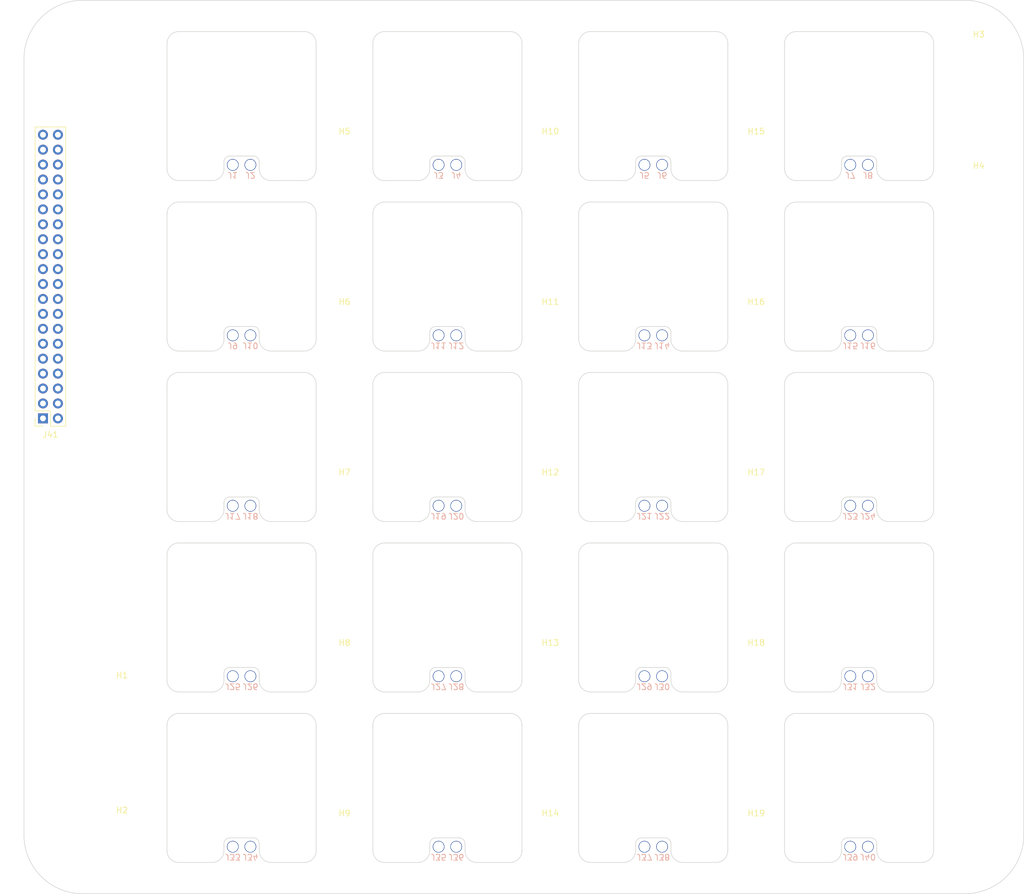
<source format=kicad_pcb>
(kicad_pcb (version 20211014) (generator pcbnew)
  (layers (0 "F.Cu" signal) (31 "B.Cu" signal) (34 "B.Paste" user) (35 "F.Paste" user) (36 "B.SilkS" user "B.Silkscreen") (37 "F.SilkS" user "F.Silkscreen") (38 "B.Mask" user) (39 "F.Mask" user) (44 "Edge.Cuts" user))
  (net 0 "")
  (net 1 "/F4")
  (net 2 "/S4")
  (net 3 "/F3")
  (net 4 "/S3")
  (net 5 "/F2")
  (net 6 "/S2")
  (net 7 "/F1")
  (net 8 "/S1")
  (net 9 "/F8")
  (net 10 "/S8")
  (net 11 "/F7")
  (net 12 "/S7")
  (net 13 "/F6")
  (net 14 "/S6")
  (net 15 "/F5")
  (net 16 "/S5")
  (net 17 "/F12")
  (net 18 "/S12")
  (net 19 "/F11")
  (net 20 "/S11")
  (net 21 "/F10")
  (net 22 "/S10")
  (net 23 "/F9")
  (net 24 "/S9")
  (net 25 "/F16")
  (net 26 "/S16")
  (net 27 "/F15")
  (net 28 "/S15")
  (net 29 "/F14")
  (net 30 "/S14")
  (net 31 "/F13")
  (net 32 "/S13")
  (net 33 "/F20")
  (net 34 "/S20")
  (net 35 "/F19")
  (net 36 "/S19")
  (net 37 "/F18")
  (net 38 "/S18")
  (net 39 "/F17")
  (net 40 "/S17")
  (footprint "MountingHole:MountingHole_3.2mm_M3" (layer "F.Cu") (at 35 37.5)
    (fp_text reference "H18" (at 0 -4.2) (layer "F.SilkS"))
    (fp_text value "MountingHole")
    (pad "" np_thru_hole circle (at 0 0) (size 3.2 3.2) (drill 3.2) (layers *.Cu *.Mask))
  )
  (footprint "MountingHole:MountingHole_6.4mm_M6" (layer "F.Cu") (at -72.8385 43.5)
    (fp_text reference "H1" (at 0 -4.661498) (layer "F.SilkS"))
    (fp_text value "MountingHole")
    (pad "" np_thru_hole circle (at 0 0) (size 6.4 6.4) (drill 6.4) (layers *.Cu *.Mask))
  )
  (footprint "MountingHole:MountingHole_3.2mm_M3" (layer "F.Cu") (at 0 -20.5)
    (fp_text reference "H11" (at 0 -4.2) (layer "F.SilkS"))
    (fp_text value "MountingHole")
    (pad "" np_thru_hole circle (at 0 0) (size 3.2 3.2) (drill 3.2) (layers *.Cu *.Mask))
  )
  (footprint "Connector_PinSocket_2.54mm:PinSocket_2x20_P2.54mm_Vertical" (layer "F.Cu") (at -86.27 -4.87 180)
    (fp_text reference "J41" (at -1.27 -2.77) (layer "F.SilkS"))
    (fp_text value "Conn_02x20_Odd_Even")
    (pad "1" thru_hole rect (at 0 0 180) (size 1.7 1.7) (drill 1) (layers *.Cu *.Mask) (net 34 "/S20"))
    (pad "2" thru_hole oval (at -2.54 0 180) (size 1.7 1.7) (drill 1) (layers *.Cu *.Mask) (net 33 "/F20"))
    (pad "3" thru_hole oval (at 0 2.54 180) (size 1.7 1.7) (drill 1) (layers *.Cu *.Mask) (net 36 "/S19"))
    (pad "4" thru_hole oval (at -2.54 2.54 180) (size 1.7 1.7) (drill 1) (layers *.Cu *.Mask) (net 35 "/F19"))
    (pad "5" thru_hole oval (at 0 5.08 180) (size 1.7 1.7) (drill 1) (layers *.Cu *.Mask) (net 38 "/S18"))
    (pad "6" thru_hole oval (at -2.54 5.08 180) (size 1.7 1.7) (drill 1) (layers *.Cu *.Mask) (net 37 "/F18"))
    (pad "7" thru_hole oval (at 0 7.62 180) (size 1.7 1.7) (drill 1) (layers *.Cu *.Mask) (net 40 "/S17"))
    (pad "8" thru_hole oval (at -2.54 7.62 180) (size 1.7 1.7) (drill 1) (layers *.Cu *.Mask) (net 39 "/F17"))
    (pad "9" thru_hole oval (at 0 10.16 180) (size 1.7 1.7) (drill 1) (layers *.Cu *.Mask) (net 26 "/S16"))
    (pad "10" thru_hole oval (at -2.54 10.16 180) (size 1.7 1.7) (drill 1) (layers *.Cu *.Mask) (net 25 "/F16"))
    (pad "11" thru_hole oval (at 0 12.7 180) (size 1.7 1.7) (drill 1) (layers *.Cu *.Mask) (net 28 "/S15"))
    (pad "12" thru_hole oval (at -2.54 12.7 180) (size 1.7 1.7) (drill 1) (layers *.Cu *.Mask) (net 27 "/F15"))
    (pad "13" thru_hole oval (at 0 15.24 180) (size 1.7 1.7) (drill 1) (layers *.Cu *.Mask) (net 30 "/S14"))
    (pad "14" thru_hole oval (at -2.54 15.24 180) (size 1.7 1.7) (drill 1) (layers *.Cu *.Mask) (net 29 "/F14"))
    (pad "15" thru_hole oval (at 0 17.78 180) (size 1.7 1.7) (drill 1) (layers *.Cu *.Mask) (net 32 "/S13"))
    (pad "16" thru_hole oval (at -2.54 17.78 180) (size 1.7 1.7) (drill 1) (layers *.Cu *.Mask) (net 31 "/F13"))
    (pad "17" thru_hole oval (at 0 20.32 180) (size 1.7 1.7) (drill 1) (layers *.Cu *.Mask) (net 18 "/S12"))
    (pad "18" thru_hole oval (at -2.54 20.32 180) (size 1.7 1.7) (drill 1) (layers *.Cu *.Mask) (net 17 "/F12"))
    (pad "19" thru_hole oval (at 0 22.86 180) (size 1.7 1.7) (drill 1) (layers *.Cu *.Mask) (net 20 "/S11"))
    (pad "20" thru_hole oval (at -2.54 22.86 180) (size 1.7 1.7) (drill 1) (layers *.Cu *.Mask) (net 19 "/F11"))
    (pad "21" thru_hole oval (at 0 25.4 180) (size 1.7 1.7) (drill 1) (layers *.Cu *.Mask) (net 22 "/S10"))
    (pad "22" thru_hole oval (at -2.54 25.4 180) (size 1.7 1.7) (drill 1) (layers *.Cu *.Mask) (net 21 "/F10"))
    (pad "23" thru_hole oval (at 0 27.94 180) (size 1.7 1.7) (drill 1) (layers *.Cu *.Mask) (net 24 "/S9"))
    (pad "24" thru_hole oval (at -2.54 27.94 180) (size 1.7 1.7) (drill 1) (layers *.Cu *.Mask) (net 23 "/F9"))
    (pad "25" thru_hole oval (at 0 30.48 180) (size 1.7 1.7) (drill 1) (layers *.Cu *.Mask) (net 10 "/S8"))
    (pad "26" thru_hole oval (at -2.54 30.48 180) (size 1.7 1.7) (drill 1) (layers *.Cu *.Mask) (net 9 "/F8"))
    (pad "27" thru_hole oval (at 0 33.02 180) (size 1.7 1.7) (drill 1) (layers *.Cu *.Mask) (net 12 "/S7"))
    (pad "28" thru_hole oval (at -2.54 33.02 180) (size 1.7 1.7) (drill 1) (layers *.Cu *.Mask) (net 11 "/F7"))
    (pad "29" thru_hole oval (at 0 35.56 180) (size 1.7 1.7) (drill 1) (layers *.Cu *.Mask) (net 14 "/S6"))
    (pad "30" thru_hole oval (at -2.54 35.56 180) (size 1.7 1.7) (drill 1) (layers *.Cu *.Mask) (net 13 "/F6"))
    (pad "31" thru_hole oval (at 0 38.1 180) (size 1.7 1.7) (drill 1) (layers *.Cu *.Mask) (net 16 "/S5"))
    (pad "32" thru_hole oval (at -2.54 38.1 180) (size 1.7 1.7) (drill 1) (layers *.Cu *.Mask) (net 15 "/F5"))
    (pad "33" thru_hole oval (at 0 40.64 180) (size 1.7 1.7) (drill 1) (layers *.Cu *.Mask) (net 2 "/S4"))
    (pad "34" thru_hole oval (at -2.54 40.64 180) (size 1.7 1.7) (drill 1) (layers *.Cu *.Mask) (net 1 "/F4"))
    (pad "35" thru_hole oval (at 0 43.18 180) (size 1.7 1.7) (drill 1) (layers *.Cu *.Mask) (net 4 "/S3"))
    (pad "36" thru_hole oval (at -2.54 43.18 180) (size 1.7 1.7) (drill 1) (layers *.Cu *.Mask) (net 3 "/F3"))
    (pad "37" thru_hole oval (at 0 45.72 180) (size 1.7 1.7) (drill 1) (layers *.Cu *.Mask) (net 6 "/S2"))
    (pad "38" thru_hole oval (at -2.54 45.72 180) (size 1.7 1.7) (drill 1) (layers *.Cu *.Mask) (net 5 "/F2"))
    (pad "39" thru_hole oval (at 0 48.26 180) (size 1.7 1.7) (drill 1) (layers *.Cu *.Mask) (net 8 "/S1"))
    (pad "40" thru_hole oval (at -2.54 48.26 180) (size 1.7 1.7) (drill 1) (layers *.Cu *.Mask) (net 7 "/F1"))
  )
  (footprint "MountingHole:MountingHole_3.2mm_M3" (layer "F.Cu") (at 0 8.5)
    (fp_text reference "H12" (at 0 -4.2) (layer "F.SilkS"))
    (fp_text value "MountingHole")
    (pad "" np_thru_hole circle (at 0 0) (size 3.2 3.2) (drill 3.2) (layers *.Cu *.Mask))
  )
  (footprint "MountingHole:MountingHole_3.2mm_M3" (layer "F.Cu") (at 0 -49.5)
    (fp_text reference "H10" (at 0 -4.2) (layer "F.SilkS"))
    (fp_text value "MountingHole")
    (pad "" np_thru_hole circle (at 0 0) (size 3.2 3.2) (drill 3.2) (layers *.Cu *.Mask))
  )
  (footprint "MountingHole:MountingHole_3.2mm_M3" (layer "F.Cu") (at 0 66.5)
    (fp_text reference "H14" (at 0 -4.2) (layer "F.SilkS"))
    (fp_text value "MountingHole")
    (pad "" np_thru_hole circle (at 0 0) (size 3.2 3.2) (drill 3.2) (layers *.Cu *.Mask))
  )
  (footprint "MountingHole:MountingHole_6.4mm_M6" (layer "F.Cu") (at 72.8385 -43.5)
    (fp_text reference "H4" (at 0 -4.338502) (layer "F.SilkS"))
    (fp_text value "MountingHole")
    (pad "" np_thru_hole circle (at 0 0) (size 6.4 6.4) (drill 6.4) (layers *.Cu *.Mask))
  )
  (footprint "MountingHole:MountingHole_3.2mm_M3" (layer "F.Cu") (at 35 8.5)
    (fp_text reference "H17" (at 0 -4.2) (layer "F.SilkS"))
    (fp_text value "MountingHole")
    (pad "" np_thru_hole circle (at 0 0) (size 3.2 3.2) (drill 3.2) (layers *.Cu *.Mask))
  )
  (footprint "MountingHole:MountingHole_3.2mm_M3" (layer "F.Cu") (at -35 -49.5)
    (fp_text reference "H5" (at 0 -4.2) (layer "F.SilkS"))
    (fp_text value "MountingHole")
    (pad "" np_thru_hole circle (at 0 0) (size 3.2 3.2) (drill 3.2) (layers *.Cu *.Mask))
  )
  (footprint "MountingHole:MountingHole_3.2mm_M3" (layer "F.Cu") (at -35 8.5)
    (fp_text reference "H7" (at 0 -4.2) (layer "F.SilkS"))
    (fp_text value "MountingHole")
    (pad "" np_thru_hole circle (at 0 0) (size 3.2 3.2) (drill 3.2) (layers *.Cu *.Mask))
  )
  (footprint "MountingHole:MountingHole_3.2mm_M3" (layer "F.Cu") (at -35 -20.5)
    (fp_text reference "H6" (at 0 -4.2) (layer "F.SilkS"))
    (fp_text value "MountingHole")
    (pad "" np_thru_hole circle (at 0 0) (size 3.2 3.2) (drill 3.2) (layers *.Cu *.Mask))
  )
  (footprint "MountingHole:MountingHole_3.2mm_M3" (layer "F.Cu") (at -35 37.5)
    (fp_text reference "H8" (at 0 -4.2) (layer "F.SilkS"))
    (fp_text value "MountingHole")
    (pad "" np_thru_hole circle (at 0 0) (size 3.2 3.2) (drill 3.2) (layers *.Cu *.Mask))
  )
  (footprint "MountingHole:MountingHole_3.2mm_M3" (layer "F.Cu") (at 72.838488 -65.999995)
    (fp_text reference "H3" (at 0 -4.2) (layer "F.SilkS"))
    (fp_text value "MountingHole")
    (pad "" np_thru_hole circle (at 0 0) (size 3.2 3.2) (drill 3.2) (layers *.Cu *.Mask))
  )
  (footprint "MountingHole:MountingHole_3.2mm_M3" (layer "F.Cu") (at 35 66.5)
    (fp_text reference "H19" (at 0 -4.2) (layer "F.SilkS"))
    (fp_text value "MountingHole")
    (pad "" np_thru_hole circle (at 0 0) (size 3.2 3.2) (drill 3.2) (layers *.Cu *.Mask))
  )
  (footprint "MountingHole:MountingHole_3.2mm_M3" (layer "F.Cu") (at -35 66.5)
    (fp_text reference "H9" (at 0 -4.2) (layer "F.SilkS"))
    (fp_text value "MountingHole")
    (pad "" np_thru_hole circle (at 0 0) (size 3.2 3.2) (drill 3.2) (layers *.Cu *.Mask))
  )
  (footprint "MountingHole:MountingHole_3.2mm_M3" (layer "F.Cu") (at 35 -20.5)
    (fp_text reference "H16" (at 0 -4.2) (layer "F.SilkS"))
    (fp_text value "MountingHole")
    (pad "" np_thru_hole circle (at 0 0) (size 3.2 3.2) (drill 3.2) (layers *.Cu *.Mask))
  )
  (footprint "MountingHole:MountingHole_3.2mm_M3" (layer "F.Cu") (at 35 -49.5)
    (fp_text reference "H15" (at 0 -4.2) (layer "F.SilkS"))
    (fp_text value "MountingHole")
    (pad "" np_thru_hole circle (at 0 0) (size 3.2 3.2) (drill 3.2) (layers *.Cu *.Mask))
  )
  (footprint "MountingHole:MountingHole_3.2mm_M3" (layer "F.Cu") (at 0 37.5)
    (fp_text reference "H13" (at 0 -4.2) (layer "F.SilkS"))
    (fp_text value "MountingHole")
    (pad "" np_thru_hole circle (at 0 0) (size 3.2 3.2) (drill 3.2) (layers *.Cu *.Mask))
  )
  (footprint "MountingHole:MountingHole_3.2mm_M3" (layer "F.Cu") (at -72.8385 66)
    (fp_text reference "H2" (at 0 -4.2) (layer "F.SilkS"))
    (fp_text value "MountingHole")
    (pad "" np_thru_hole circle (at 0 0) (size 3.2 3.2) (drill 3.2) (layers *.Cu *.Mask))
  )
  (footprint "custom_footprints:0921" (layer "B.Cu") (at 19 10)
    (fp_text reference "J22" (at 0 1.75 180 unlocked) (layer "B.SilkS") (effects (justify mirror)))
    (fp_text value "Conn_01x01" hide)
    (pad "1" thru_hole circle (at 0 0) (size 1.98 1.98) (drill 1.78) (layers *.Cu *.Mask) (net 22 "/S10"))
  )
  (footprint "custom_footprints:0921" (layer "B.Cu") (at 51 68)
    (fp_text reference "J39" (at 0 1.75 180 unlocked) (layer "B.SilkS") (effects (justify mirror)))
    (fp_text value "Conn_01x01" hide)
    (pad "1" thru_hole circle (at 0 0) (size 1.98 1.98) (drill 1.78) (layers *.Cu *.Mask) (net 39 "/F17"))
  )
  (footprint "custom_footprints:0921" (layer "B.Cu") (at 54 68)
    (fp_text reference "J40" (at 0 1.75 180 unlocked) (layer "B.SilkS") (effects (justify mirror)))
    (fp_text value "Conn_01x01" hide)
    (pad "1" thru_hole circle (at 0 0) (size 1.98 1.98) (drill 1.78) (layers *.Cu *.Mask) (net 40 "/S17"))
  )
  (footprint "custom_footprints:0921" (layer "B.Cu") (at 54 39)
    (fp_text reference "J32" (at 0 1.75 180 unlocked) (layer "B.SilkS") (effects (justify mirror)))
    (fp_text value "Conn_01x01" hide)
    (pad "1" thru_hole circle (at 0 0) (size 1.98 1.98) (drill 1.78) (layers *.Cu *.Mask) (net 32 "/S13"))
  )
  (footprint "custom_footprints:0921" (layer "B.Cu") (at -54 -48)
    (fp_text reference "J1" (at 0 1.75 180 unlocked) (layer "B.SilkS") (effects (justify mirror)))
    (fp_text value "Conn_01x01" hide)
    (pad "1" thru_hole circle (at 0 0) (size 1.98 1.98) (drill 1.78) (layers *.Cu *.Mask) (net 1 "/F4"))
  )
  (footprint "custom_footprints:0921" (layer "B.Cu") (at 54 -19)
    (fp_text reference "J16" (at 0 1.75 180 unlocked) (layer "B.SilkS") (effects (justify mirror)))
    (fp_text value "Conn_01x01" hide)
    (pad "1" thru_hole circle (at 0 0) (size 1.98 1.98) (drill 1.78) (layers *.Cu *.Mask) (net 16 "/S5"))
  )
  (footprint "custom_footprints:0921" (layer "B.Cu") (at -16 -19)
    (fp_text reference "J12" (at 0 1.75 180 unlocked) (layer "B.SilkS") (effects (justify mirror)))
    (fp_text value "Conn_01x01" hide)
    (pad "1" thru_hole circle (at 0 0) (size 1.98 1.98) (drill 1.78) (layers *.Cu *.Mask) (net 12 "/S7"))
  )
  (footprint "custom_footprints:0921" (layer "B.Cu") (at 51 39)
    (fp_text reference "J31" (at 0 1.75 180 unlocked) (layer "B.SilkS") (effects (justify mirror)))
    (fp_text value "Conn_01x01" hide)
    (pad "1" thru_hole circle (at 0 0) (size 1.98 1.98) (drill 1.78) (layers *.Cu *.Mask) (net 31 "/F13"))
  )
  (footprint "custom_footprints:0921" (layer "B.Cu") (at 51 10)
    (fp_text reference "J23" (at 0 1.75 180 unlocked) (layer "B.SilkS") (effects (justify mirror)))
    (fp_text value "Conn_01x01" hide)
    (pad "1" thru_hole circle (at 0 0) (size 1.98 1.98) (drill 1.78) (layers *.Cu *.Mask) (net 23 "/F9"))
  )
  (footprint "custom_footprints:0921" (layer "B.Cu") (at -19 39)
    (fp_text reference "J27" (at 0 1.75 180 unlocked) (layer "B.SilkS") (effects (justify mirror)))
    (fp_text value "Conn_01x01" hide)
    (pad "1" thru_hole circle (at 0 0) (size 1.98 1.98) (drill 1.78) (layers *.Cu *.Mask) (net 27 "/F15"))
  )
  (footprint "custom_footprints:0921" (layer "B.Cu") (at 16 39)
    (fp_text reference "J29" (at 0 1.75 180 unlocked) (layer "B.SilkS") (effects (justify mirror)))
    (fp_text value "Conn_01x01" hide)
    (pad "1" thru_hole circle (at 0 0) (size 1.98 1.98) (drill 1.78) (layers *.Cu *.Mask) (net 29 "/F14"))
  )
  (footprint "custom_footprints:0921" (layer "B.Cu") (at -19 -19)
    (fp_text reference "J11" (at 0 1.75 180 unlocked) (layer "B.SilkS") (effects (justify mirror)))
    (fp_text value "Conn_01x01" hide)
    (pad "1" thru_hole circle (at 0 0) (size 1.98 1.98) (drill 1.78) (layers *.Cu *.Mask) (net 11 "/F7"))
  )
  (footprint "custom_footprints:0921" (layer "B.Cu") (at -51 -48)
    (fp_text reference "J2" (at 0 1.75 180 unlocked) (layer "B.SilkS") (effects (justify mirror)))
    (fp_text value "Conn_01x01" hide)
    (pad "1" thru_hole circle (at 0 0) (size 1.98 1.98) (drill 1.78) (layers *.Cu *.Mask) (net 2 "/S4"))
  )
  (footprint "custom_footprints:0921" (layer "B.Cu") (at -16 10)
    (fp_text reference "J20" (at 0 1.75 180 unlocked) (layer "B.SilkS") (effects (justify mirror)))
    (fp_text value "Conn_01x01" hide)
    (pad "1" thru_hole circle (at 0 0) (size 1.98 1.98) (drill 1.78) (layers *.Cu *.Mask) (net 20 "/S11"))
  )
  (footprint "custom_footprints:0921" (layer "B.Cu") (at -51 -19)
    (fp_text reference "J10" (at 0 1.75 180 unlocked) (layer "B.SilkS") (effects (justify mirror)))
    (fp_text value "Conn_01x01" hide)
    (pad "1" thru_hole circle (at 0 0) (size 1.98 1.98) (drill 1.78) (layers *.Cu *.Mask) (net 10 "/S8"))
  )
  (footprint "custom_footprints:0921" (layer "B.Cu") (at -19 -48)
    (fp_text reference "J3" (at 0 1.75 180 unlocked) (layer "B.SilkS") (effects (justify mirror)))
    (fp_text value "Conn_01x01" hide)
    (pad "1" thru_hole circle (at 0 0) (size 1.98 1.98) (drill 1.78) (layers *.Cu *.Mask) (net 3 "/F3"))
  )
  (footprint "custom_footprints:0921" (layer "B.Cu") (at 19 39)
    (fp_text reference "J30" (at 0 1.75 180 unlocked) (layer "B.SilkS") (effects (justify mirror)))
    (fp_text value "Conn_01x01" hide)
    (pad "1" thru_hole circle (at 0 0) (size 1.98 1.98) (drill 1.78) (layers *.Cu *.Mask) (net 30 "/S14"))
  )
  (footprint "custom_footprints:0921" (layer "B.Cu") (at 16 -19)
    (fp_text reference "J13" (at 0 1.75 180 unlocked) (layer "B.SilkS") (effects (justify mirror)))
    (fp_text value "Conn_01x01" hide)
    (pad "1" thru_hole circle (at 0 0) (size 1.98 1.98) (drill 1.78) (layers *.Cu *.Mask) (net 13 "/F6"))
  )
  (footprint "custom_footprints:0921" (layer "B.Cu") (at -54 39)
    (fp_text reference "J25" (at 0 1.75 180 unlocked) (layer "B.SilkS") (effects (justify mirror)))
    (fp_text value "Conn_01x01" hide)
    (pad "1" thru_hole circle (at 0 0) (size 1.98 1.98) (drill 1.78) (layers *.Cu *.Mask) (net 25 "/F16"))
  )
  (footprint "custom_footprints:0921" (layer "B.Cu") (at 54 -48)
    (fp_text reference "J8" (at 0 1.75 180 unlocked) (layer "B.SilkS") (effects (justify mirror)))
    (fp_text value "Conn_01x01" hide)
    (pad "1" thru_hole circle (at 0 0) (size 1.98 1.98) (drill 1.78) (layers *.Cu *.Mask) (net 8 "/S1"))
  )
  (footprint "custom_footprints:0921" (layer "B.Cu") (at 16 10)
    (fp_text reference "J21" (at 0 1.75 180 unlocked) (layer "B.SilkS") (effects (justify mirror)))
    (fp_text value "Conn_01x01" hide)
    (pad "1" thru_hole circle (at 0 0) (size 1.98 1.98) (drill 1.78) (layers *.Cu *.Mask) (net 21 "/F10"))
  )
  (footprint "custom_footprints:0921" (layer "B.Cu") (at -51 68)
    (fp_text reference "J34" (at 0 1.75 180 unlocked) (layer "B.SilkS") (effects (justify mirror)))
    (fp_text value "Conn_01x01" hide)
    (pad "1" thru_hole circle (at 0 0) (size 1.98 1.98) (drill 1.78) (layers *.Cu *.Mask) (net 34 "/S20"))
  )
  (footprint "custom_footprints:0921" (layer "B.Cu") (at -51 10)
    (fp_text reference "J18" (at 0 1.75 180 unlocked) (layer "B.SilkS") (effects (justify mirror)))
    (fp_text value "Conn_01x01" hide)
    (pad "1" thru_hole circle (at 0 0) (size 1.98 1.98) (drill 1.78) (layers *.Cu *.Mask) (net 18 "/S12"))
  )
  (footprint "custom_footprints:0921" (layer "B.Cu") (at 19 -48)
    (fp_text reference "J6" (at 0 1.75 180 unlocked) (layer "B.SilkS") (effects (justify mirror)))
    (fp_text value "Conn_01x01" hide)
    (pad "1" thru_hole circle (at 0 0) (size 1.98 1.98) (drill 1.78) (layers *.Cu *.Mask) (net 6 "/S2"))
  )
  (footprint "custom_footprints:0921" (layer "B.Cu") (at 19 68)
    (fp_text reference "J38" (at 0 1.75 180 unlocked) (layer "B.SilkS") (effects (justify mirror)))
    (fp_text value "Conn_01x01" hide)
    (pad "1" thru_hole circle (at 0 0) (size 1.98 1.98) (drill 1.78) (layers *.Cu *.Mask) (net 38 "/S18"))
  )
  (footprint "custom_footprints:0921" (layer "B.Cu") (at -51 39)
    (fp_text reference "J26" (at 0 1.75 180 unlocked) (layer "B.SilkS") (effects (justify mirror)))
    (fp_text value "Conn_01x01" hide)
    (pad "1" thru_hole circle (at 0 0) (size 1.98 1.98) (drill 1.78) (layers *.Cu *.Mask) (net 26 "/S16"))
  )
  (footprint "custom_footprints:0921" (layer "B.Cu") (at -54 -19)
    (fp_text reference "J9" (at 0 1.75 180 unlocked) (layer "B.SilkS") (effects (justify mirror)))
    (fp_text value "Conn_01x01" hide)
    (pad "1" thru_hole circle (at 0 0) (size 1.98 1.98) (drill 1.78) (layers *.Cu *.Mask) (net 9 "/F8"))
  )
  (footprint "custom_footprints:0921" (layer "B.Cu") (at -54 10)
    (fp_text reference "J17" (at 0 1.75 180 unlocked) (layer "B.SilkS") (effects (justify mirror)))
    (fp_text value "Conn_01x01" hide)
    (pad "1" thru_hole circle (at 0 0) (size 1.98 1.98) (drill 1.78) (layers *.Cu *.Mask) (net 17 "/F12"))
  )
  (footprint "custom_footprints:0921" (layer "B.Cu") (at 51 -48)
    (fp_text reference "J7" (at 0 1.75 180 unlocked) (layer "B.SilkS") (effects (justify mirror)))
    (fp_text value "Conn_01x01" hide)
    (pad "1" thru_hole circle (at 0 0) (size 1.98 1.98) (drill 1.78) (layers *.Cu *.Mask) (net 7 "/F1"))
  )
  (footprint "custom_footprints:0921" (layer "B.Cu") (at -19 10)
    (fp_text reference "J19" (at 0 1.75 180 unlocked) (layer "B.SilkS") (effects (justify mirror)))
    (fp_text value "Conn_01x01" hide)
    (pad "1" thru_hole circle (at 0 0) (size 1.98 1.98) (drill 1.78) (layers *.Cu *.Mask) (net 19 "/F11"))
  )
  (footprint "custom_footprints:0921" (layer "B.Cu") (at 54 10)
    (fp_text reference "J24" (at 0 1.75 180 unlocked) (layer "B.SilkS") (effects (justify mirror)))
    (fp_text value "Conn_01x01" hide)
    (pad "1" thru_hole circle (at 0 0) (size 1.98 1.98) (drill 1.78) (layers *.Cu *.Mask) (net 24 "/S9"))
  )
  (footprint "custom_footprints:0921" (layer "B.Cu") (at -54 68)
    (fp_text reference "J33" (at 0 1.75 180 unlocked) (layer "B.SilkS") (effects (justify mirror)))
    (fp_text value "Conn_01x01" hide)
    (pad "1" thru_hole circle (at 0 0) (size 1.98 1.98) (drill 1.78) (layers *.Cu *.Mask) (net 33 "/F20"))
  )
  (footprint "custom_footprints:0921" (layer "B.Cu") (at 51 -19)
    (fp_text reference "J15" (at 0 1.75 180 unlocked) (layer "B.SilkS") (effects (justify mirror)))
    (fp_text value "Conn_01x01" hide)
    (pad "1" thru_hole circle (at 0 0) (size 1.98 1.98) (drill 1.78) (layers *.Cu *.Mask) (net 15 "/F5"))
  )
  (footprint "custom_footprints:0921" (layer "B.Cu") (at 16 -48)
    (fp_text reference "J5" (at 0 1.75 180 unlocked) (layer "B.SilkS") (effects (justify mirror)))
    (fp_text value "Conn_01x01" hide)
    (pad "1" thru_hole circle (at 0 0) (size 1.98 1.98) (drill 1.78) (layers *.Cu *.Mask) (net 5 "/F2"))
  )
  (footprint "custom_footprints:0921" (layer "B.Cu") (at -16 39)
    (fp_text reference "J28" (at 0 1.75 180 unlocked) (layer "B.SilkS") (effects (justify mirror)))
    (fp_text value "Conn_01x01" hide)
    (pad "1" thru_hole circle (at 0 0) (size 1.98 1.98) (drill 1.78) (layers *.Cu *.Mask) (net 28 "/S15"))
  )
  (footprint "custom_footprints:0921" (layer "B.Cu") (at -19 68)
    (fp_text reference "J35" (at 0 1.75 180 unlocked) (layer "B.SilkS") (effects (justify mirror)))
    (fp_text value "Conn_01x01" hide)
    (pad "1" thru_hole circle (at 0 0) (size 1.98 1.98) (drill 1.78) (layers *.Cu *.Mask) (net 35 "/F19"))
  )
  (footprint "custom_footprints:0921" (layer "B.Cu") (at -16 -48)
    (fp_text reference "J4" (at 0 1.75 180 unlocked) (layer "B.SilkS") (effects (justify mirror)))
    (fp_text value "Conn_01x01" hide)
    (pad "1" thru_hole circle (at 0 0) (size 1.98 1.98) (drill 1.78) (layers *.Cu *.Mask) (net 4 "/S3"))
  )
  (footprint "custom_footprints:0921" (layer "B.Cu") (at -16 68)
    (fp_text reference "J36" (at 0 1.75 180 unlocked) (layer "B.SilkS") (effects (justify mirror)))
    (fp_text value "Conn_01x01" hide)
    (pad "1" thru_hole circle (at 0 0) (size 1.98 1.98) (drill 1.78) (layers *.Cu *.Mask) (net 36 "/S19"))
  )
  (footprint "custom_footprints:0921" (layer "B.Cu") (at 19 -19)
    (fp_text reference "J14" (at 0 1.75 180 unlocked) (layer "B.SilkS") (effects (justify mirror)))
    (fp_text value "Conn_01x01" hide)
    (pad "1" thru_hole circle (at 0 0) (size 1.98 1.98) (drill 1.78) (layers *.Cu *.Mask) (net 14 "/S6"))
  )
  (footprint "custom_footprints:0921" (layer "B.Cu") (at 16 68)
    (fp_text reference "J37" (at 0 1.75 180 unlocked) (layer "B.SilkS") (effects (justify mirror)))
    (fp_text value "Conn_01x01" hide)
    (pad "1" thru_hole circle (at 0 0) (size 1.98 1.98) (drill 1.78) (layers *.Cu *.Mask) (net 37 "/F18"))
  )
  (gr_arc (start -65.177 18.323) (mid -64.591214 16.908786) (end -63.177 16.323) (layer "Edge.Cuts") (width 0.1))
  (gr_arc (start -41.823 16.323) (mid -40.408786 16.908786) (end -39.823 18.323) (layer "Edge.Cuts") (width 0.1))
  (gr_arc (start 4.823 -10.677) (mid 5.408786 -12.091214) (end 6.823 -12.677) (layer "Edge.Cuts") (width 0.1))
  (gr_line (start -30.177 47.323) (end -30.177 68.677) (layer "Edge.Cuts") (width 0.1))
  (gr_line (start 80.5 -66) (end 80.5 66) (layer "Edge.Cuts") (width 0.1))
  (gr_line (start -4.823 39.677) (end -4.823 18.323) (layer "Edge.Cuts") (width 0.1))
  (gr_line (start -19.5 66.5) (end -15.5 66.5) (layer "Edge.Cuts") (width 0.1))
  (gr_line (start 55.5 67.5) (end 55.5 68.677) (layer "Edge.Cuts") (width 0.1))
  (gr_arc (start -20.5 67.5) (mid -20.207107 66.792893) (end -19.5 66.5) (layer "Edge.Cuts") (width 0.1))
  (gr_arc (start -20.5 -47.323) (mid -21.085786 -45.908786) (end -22.5 -45.323) (layer "Edge.Cuts") (width 0.1))
  (gr_arc (start -50.5 -49.5) (mid -49.792893 -49.207107) (end -49.5 -48.5) (layer "Edge.Cuts") (width 0.1))
  (gr_line (start 30.177 -47.323) (end 30.177 -68.677) (layer "Edge.Cuts") (width 0.1))
  (gr_line (start 65.177 10.677) (end 65.177 -10.677) (layer "Edge.Cuts") (width 0.1))
  (gr_arc (start -55.5 -19.5) (mid -55.207107 -20.207107) (end -54.5 -20.5) (layer "Edge.Cuts") (width 0.1))
  (gr_line (start -30.177 -68.677) (end -30.177 -47.323) (layer "Edge.Cuts") (width 0.1))
  (gr_line (start -30.177 18.323) (end -30.177 39.677) (layer "Edge.Cuts") (width 0.1))
  (gr_line (start 39.823 -10.677) (end 39.823 10.677) (layer "Edge.Cuts") (width 0.1))
  (gr_arc (start -41.823 -41.677) (mid -40.408786 -41.091214) (end -39.823 -39.677) (layer "Edge.Cuts") (width 0.1))
  (gr_arc (start -28.177 12.677) (mid -29.591214 12.091214) (end -30.177 10.677) (layer "Edge.Cuts") (width 0.1))
  (gr_arc (start -50.5 37.5) (mid -49.792893 37.792893) (end -49.5 38.5) (layer "Edge.Cuts") (width 0.1))
  (gr_arc (start 4.823 18.323) (mid 5.408786 16.908786) (end 6.823 16.323) (layer "Edge.Cuts") (width 0.1))
  (gr_arc (start 41.823 41.677) (mid 40.408786 41.091214) (end 39.823 39.677) (layer "Edge.Cuts") (width 0.1))
  (gr_arc (start 14.5 38.5) (mid 14.792893 37.792893) (end 15.5 37.5) (layer "Edge.Cuts") (width 0.1))
  (gr_line (start 6.823 -16.323) (end 12.5 -16.323) (layer "Edge.Cuts") (width 0.1))
  (gr_arc (start -28.177 41.677) (mid -29.591214 41.091214) (end -30.177 39.677) (layer "Edge.Cuts") (width 0.1))
  (gr_line (start -28.177 70.677) (end -22.5 70.677) (layer "Edge.Cuts") (width 0.1))
  (gr_arc (start 54.5 66.5) (mid 55.207107 66.792893) (end 55.5 67.5) (layer "Edge.Cuts") (width 0.1))
  (gr_line (start 49.5 -18.323) (end 49.5 -19.5) (layer "Edge.Cuts") (width 0.1))
  (gr_arc (start 6.823 -16.323) (mid 5.408786 -16.908786) (end 4.823 -18.323) (layer "Edge.Cuts") (width 0.1))
  (gr_arc (start -6.823 -12.677) (mid -5.408786 -12.091214) (end -4.823 -10.677) (layer "Edge.Cuts") (width 0.1))
  (gr_arc (start 28.177 16.323) (mid 29.591214 16.908786) (end 30.177 18.323) (layer "Edge.Cuts") (width 0.1))
  (gr_line (start -47.5 70.677) (end -41.823 70.677) (layer "Edge.Cuts") (width 0.1))
  (gr_arc (start 49.5 39.677) (mid 48.914214 41.091214) (end 47.5 41.677) (layer "Edge.Cuts") (width 0.1))
  (gr_line (start -65.177 -39.677) (end -65.177 -18.323) (layer "Edge.Cuts") (width 0.1))
  (gr_arc (start 22.5 12.677) (mid 21.085786 12.091214) (end 20.5 10.677) (layer "Edge.Cuts") (width 0.1))
  (gr_line (start -54.5 66.5) (end -50.5 66.5) (layer "Edge.Cuts") (width 0.1))
  (gr_arc (start -89.5 -66) (mid -86.571068 -73.071068) (end -79.5 -76) (layer "Edge.Cuts") (width 0.1))
  (gr_line (start 14.5 -18.323) (end 14.5 -19.5) (layer "Edge.Cuts") (width 0.1))
  (gr_line (start 49.5 10.677) (end 49.5 9.5) (layer "Edge.Cuts") (width 0.1))
  (gr_line (start -19.5 37.5) (end -15.5 37.5) (layer "Edge.Cuts") (width 0.1))
  (gr_arc (start 28.177 -41.677) (mid 29.591214 -41.091214) (end 30.177 -39.677) (layer "Edge.Cuts") (width 0.1))
  (gr_arc (start -15.5 8.5) (mid -14.792893 8.792893) (end -14.5 9.5) (layer "Edge.Cuts") (width 0.1))
  (gr_arc (start 65.177 -47.323) (mid 64.591214 -45.908786) (end 63.177 -45.323) (layer "Edge.Cuts") (width 0.1))
  (gr_arc (start -79.5 76) (mid -86.571068 73.071068) (end -89.5 66) (layer "Edge.Cuts") (width 0.1))
  (gr_arc (start -28.177 70.677) (mid -29.591214 70.091214) (end -30.177 68.677) (layer "Edge.Cuts") (width 0.1))
  (gr_arc (start 63.177 -12.677) (mid 64.591214 -12.091214) (end 65.177 -10.677) (layer "Edge.Cuts") (width 0.1))
  (gr_line (start 49.5 68.677) (end 49.5 67.5) (layer "Edge.Cuts") (width 0.1))
  (gr_line (start 28.177 45.323) (end 6.823 45.323) (layer "Edge.Cuts") (width 0.1))
  (gr_arc (start 30.177 68.677) (mid 29.591214 70.091214) (end 28.177 70.677) (layer "Edge.Cuts") (width 0.1))
  (gr_arc (start 14.5 67.5) (mid 14.792893 66.792893) (end 15.5 66.5) (layer "Edge.Cuts") (width 0.1))
  (gr_arc (start 28.177 -12.677) (mid 29.591214 -12.091214) (end 30.177 -10.677) (layer "Edge.Cuts") (width 0.1))
  (gr_arc (start -20.5 10.677) (mid -21.085786 12.091214) (end -22.5 12.677) (layer "Edge.Cuts") (width 0.1))
  (gr_line (start -30.177 -39.677) (end -30.177 -18.323) (layer "Edge.Cuts") (width 0.1))
  (gr_line (start -55.5 -47.323) (end -55.5 -48.5) (layer "Edge.Cuts") (width 0.1))
  (gr_arc (start 49.5 68.677) (mid 48.914214 70.091214) (end 47.5 70.677) (layer "Edge.Cuts") (width 0.1))
  (gr_line (start 65.177 -18.323) (end 65.177 -39.677) (layer "Edge.Cuts") (width 0.1))
  (gr_line (start 28.177 16.323) (end 6.823 16.323) (layer "Edge.Cuts") (width 0.1))
  (gr_line (start 30.177 39.677) (end 30.177 18.323) (layer "Edge.Cuts") (width 0.1))
  (gr_arc (start -47.5 41.677) (mid -48.914214 41.091214) (end -49.5 39.677) (layer "Edge.Cuts") (width 0.1))
  (gr_line (start 50.5 66.5) (end 54.5 66.5) (layer "Edge.Cuts") (width 0.1))
  (gr_line (start -55.5 10.677) (end -55.5 9.5) (layer "Edge.Cuts") (width 0.1))
  (gr_arc (start 19.5 8.5) (mid 20.207107 8.792893) (end 20.5 9.5) (layer "Edge.Cuts") (width 0.1))
  (gr_line (start 55.5 38.5) (end 55.5 39.677) (layer "Edge.Cuts") (width 0.1))
  (gr_line (start 14.5 10.677) (end 14.5 9.5) (layer "Edge.Cuts") (width 0.1))
  (gr_line (start 30.177 -18.323) (end 30.177 -39.677) (layer "Edge.Cuts") (width 0.1))
  (gr_arc (start -4.823 39.677) (mid -5.408786 41.091214) (end -6.823 41.677) (layer "Edge.Cuts") (width 0.1))
  (gr_arc (start 30.177 10.677) (mid 29.591214 12.091214) (end 28.177 12.677) (layer "Edge.Cuts") (width 0.1))
  (gr_arc (start -12.5 41.677) (mid -13.914214 41.091214) (end -14.5 39.677) (layer "Edge.Cuts") (width 0.1))
  (gr_arc (start 22.5 70.677) (mid 21.085786 70.091214) (end 20.5 68.677) (layer "Edge.Cuts") (width 0.1))
  (gr_line (start -30.177 -10.677) (end -30.177 10.677) (layer "Edge.Cuts") (width 0.1))
  (gr_line (start 15.5 -20.5) (end 19.5 -20.5) (layer "Edge.Cuts") (width 0.1))
  (gr_arc (start 14.5 9.5) (mid 14.792893 8.792893) (end 15.5 8.5) (layer "Edge.Cuts") (width 0.1))
  (gr_line (start 41.823 70.677) (end 47.5 70.677) (layer "Edge.Cuts") (width 0.1))
  (gr_line (start 14.5 68.677) (end 14.5 67.5) (layer "Edge.Cuts") (width 0.1))
  (gr_line (start 15.5 37.5) (end 19.5 37.5) (layer "Edge.Cuts") (width 0.1))
  (gr_line (start -4.823 68.677) (end -4.823 47.323) (layer "Edge.Cuts") (width 0.1))
  (gr_line (start -28.177 -45.323) (end -22.5 -45.323) (layer "Edge.Cuts") (width 0.1))
  (gr_arc (start -30.177 47.323) (mid -29.591214 45.908786) (end -28.177 45.323) (layer "Edge.Cuts") (width 0.1))
  (gr_arc (start 54.5 8.5) (mid 55.207107 8.792893) (end 55.5 9.5) (layer "Edge.Cuts") (width 0.1))
  (gr_arc (start -47.5 -16.323) (mid -48.914214 -16.908786) (end -49.5 -18.323) (layer "Edge.Cuts") (width 0.1))
  (gr_line (start -28.177 -16.323) (end -22.5 -16.323) (layer "Edge.Cuts") (width 0.1))
  (gr_line (start -14.5 67.5) (end -14.5 68.677) (layer "Edge.Cuts") (width 0.1))
  (gr_arc (start -20.5 -19.5) (mid -20.207107 -20.207107) (end -19.5 -20.5) (layer "Edge.Cuts") (width 0.1))
  (gr_line (start 63.177 -70.677) (end 41.823 -70.677) (layer "Edge.Cuts") (width 0.1))
  (gr_line (start -6.823 -41.677) (end -28.177 -41.677) (layer "Edge.Cuts") (width 0.1))
  (gr_line (start -79.5 -76) (end 70.5 -76) (layer "Edge.Cuts") (width 0.1))
  (gr_arc (start -20.5 68.677) (mid -21.085786 70.091214) (end -22.5 70.677) (layer "Edge.Cuts") (width 0.1))
  (gr_arc (start -55.5 -47.323) (mid -56.085786 -45.908786) (end -57.5 -45.323) (layer "Edge.Cuts") (width 0.1))
  (gr_line (start -39.823 -18.323) (end -39.823 -39.677) (layer "Edge.Cuts") (width 0.1))
  (gr_arc (start 65.177 39.677) (mid 64.591214 41.091214) (end 63.177 41.677) (layer "Edge.Cuts") (width 0.1))
  (gr_line (start 30.177 68.677) (end 30.177 47.323) (layer "Edge.Cuts") (width 0.1))
  (gr_line (start 22.5 -45.323) (end 28.177 -45.323) (layer "Edge.Cuts") (width 0.1))
  (gr_arc (start 14.5 -19.5) (mid 14.792893 -20.207107) (end 15.5 -20.5) (layer "Edge.Cuts") (width 0.1))
  (gr_arc (start 57.5 -45.323) (mid 56.085786 -45.908786) (end 55.5 -47.323) (layer "Edge.Cuts") (width 0.1))
  (gr_line (start 41.823 12.677) (end 47.5 12.677) (layer "Edge.Cuts") (width 0.1))
  (gr_line (start 6.823 41.677) (end 12.5 41.677) (layer "Edge.Cuts") (width 0.1))
  (gr_line (start -39.823 68.677) (end -39.823 47.323) (layer "Edge.Cuts") (width 0.1))
  (gr_arc (start 63.177 -41.677) (mid 64.591214 -41.091214) (end 65.177 -39.677) (layer "Edge.Cuts") (width 0.1))
  (gr_line (start -12.5 41.677) (end -6.823 41.677) (layer "Edge.Cuts") (width 0.1))
  (gr_arc (start -55.5 39.677) (mid -56.085786 41.091214) (end -57.5 41.677) (layer "Edge.Cuts") (width 0.1))
  (gr_line (start -28.177 41.677) (end -22.5 41.677) (layer "Edge.Cuts") (width 0.1))
  (gr_line (start 49.5 -47.323) (end 49.5 -48.5) (layer "Edge.Cuts") (width 0.1))
  (gr_line (start -20.5 68.677) (end -20.5 67.5) (layer "Edge.Cuts") (width 0.1))
  (gr_line (start -89.5 66) (end -89.5 -66) (layer "Edge.Cuts") (width 0.1))
  (gr_arc (start -39.823 -18.323) (mid -40.408786 -16.908786) (end -41.823 -16.323) (layer "Edge.Cuts") (width 0.1))
  (gr_arc (start -65.177 -68.677) (mid -64.591214 -70.091214) (end -63.177 -70.677) (layer "Edge.Cuts") (width 0.1))
  (gr_arc (start 49.5 -48.5) (mid 49.792893 -49.207107) (end 50.5 -49.5) (layer "Edge.Cuts") (width 0.1))
  (gr_arc (start -15.5 -20.5) (mid -14.792893 -20.207107) (end -14.5 -19.5) (layer "Edge.Cuts") (width 0.1))
  (gr_arc (start -41.823 -70.677) (mid -40.408786 -70.091214) (end -39.823 -68.677) (layer "Edge.Cuts") (width 0.1))
  (gr_arc (start -65.177 -10.677) (mid -64.591214 -12.091214) (end -63.177 -12.677) (layer "Edge.Cuts") (width 0.1))
  (gr_line (start -6.823 16.323) (end -28.177 16.323) (layer "Edge.Cuts") (width 0.1))
  (gr_line (start 55.5 -48.5) (end 55.5 -47.323) (layer "Edge.Cuts") (width 0.1))
  (gr_arc (start -12.5 -16.323) (mid -13.914214 -16.908786) (end -14.5 -18.323) (layer "Edge.Cuts") (width 0.1))
  (gr_arc (start 30.177 -18.323) (mid 29.591214 -16.908786) (end 28.177 -16.323) (layer "Edge.Cuts") (width 0.1))
  (gr_line (start -49.5 38.5) (end -49.5 39.677) (layer "Edge.Cuts") (width 0.1))
  (gr_line (start 30.177 10.677) (end 30.177 -10.677) (layer "Edge.Cuts") (width 0.1))
  (gr_arc (start 4.823 47.323) (mid 5.408786 45.908786) (end 6.823 45.323) (layer "Edge.Cuts") (width 0.1))
  (gr_line (start 55.5 9.5) (end 55.5 10.677) (layer "Edge.Cuts") (width 0.1))
  (gr_arc (start -55.5 38.5) (mid -55.207107 37.792893) (end -54.5 37.5) (layer "Edge.Cuts") (width 0.1))
  (gr_arc (start 6.823 12.677) (mid 5.408786 12.091214) (end 4.823 10.677) (layer "Edge.Cuts") (width 0.1))
  (gr_arc (start -65.177 47.323) (mid -64.591214 45.908786) (end -63.177 45.323) (layer "Edge.Cuts") (width 0.1))
  (gr_arc (start 49.5 -18.323) (mid 48.914214 -16.908786) (end 47.5 -16.323) (layer "Edge.Cuts") (width 0.1))
  (gr_line (start 55.5 -19.5) (end 55.5 -18.323) (layer "Edge.Cuts") (width 0.1))
  (gr_line (start -28.177 12.677) (end -22.5 12.677) (layer "Edge.Cuts") (width 0.1))
  (gr_arc (start -6.823 16.323) (mid -5.408786 16.908786) (end -4.823 18.323) (layer "Edge.Cuts") (width 0.1))
  (gr_line (start 65.177 -47.323) (end 65.177 -68.677) (layer "Edge.Cuts") (width 0.1))
  (gr_arc (start 54.5 37.5) (mid 55.207107 37.792893) (end 55.5 38.5) (layer "Edge.Cuts") (width 0.1))
  (gr_line (start -19.5 -49.5) (end -15.5 -49.5) (layer "Edge.Cuts") (width 0.1))
  (gr_arc (start -55.5 67.5) (mid -55.207107 66.792893) (end -54.5 66.5) (layer "Edge.Cuts") (width 0.1))
  (gr_line (start 63.177 45.323) (end 41.823 45.323) (layer "Edge.Cuts") (width 0.1))
  (gr_arc (start -50.5 8.5) (mid -49.792893 8.792893) (end -49.5 9.5) (layer "Edge.Cuts") (width 0.1))
  (gr_arc (start -65.177 -39.677) (mid -64.591214 -41.091214) (end -63.177 -41.677) (layer "Edge.Cuts") (width 0.1))
  (gr_arc (start 54.5 -20.5) (mid 55.207107 -20.207107) (end 55.5 -19.5) (layer "Edge.Cuts") (width 0.1))
  (gr_arc (start 41.823 70.677) (mid 40.408786 70.091214) (end 39.823 68.677) (layer "Edge.Cuts") (width 0.1))
  (gr_arc (start 22.5 -16.323) (mid 21.085786 -16.908786) (end 20.5 -18.323) (layer "Edge.Cuts") (width 0.1))
  (gr_line (start 22.5 41.677) (end 28.177 41.677) (layer "Edge.Cuts") (width 0.1))
  (gr_line (start 20.5 9.5) (end 20.5 10.677) (layer "Edge.Cuts") (width 0.1))
  (gr_arc (start 19.5 -20.5) (mid 20.207107 -20.207107) (end 20.5 -19.5) (layer "Edge.Cuts") (width 0.1))
  (gr_arc (start -41.823 -12.677) (mid -40.408786 -12.091214) (end -39.823 -10.677) (layer "Edge.Cuts") (width 0.1))
  (gr_arc (start 14.5 -48.5) (mid 14.792893 -49.207107) (end 15.5 -49.5) (layer "Edge.Cuts") (width 0.1))
  (gr_arc (start -30.177 18.323) (mid -29.591214 16.908786) (end -28.177 16.323) (layer "Edge.Cuts") (width 0.1))
  (gr_line (start 20.5 38.5) (end 20.5 39.677) (layer "Edge.Cuts") (width 0.1))
  (gr_arc (start -47.5 -45.323) (mid -48.914214 -45.908786) (end -49.5 -47.323) (layer "Edge.Cuts") (width 0.1))
  (gr_arc (start -30.177 -39.677) (mid -29.591214 -41.091214) (end -28.177 -41.677) (layer "Edge.Cuts") (width 0.1))
  (gr_line (start -41.823 -12.677) (end -63.177 -12.677) (layer "Edge.Cuts") (width 0.1))
  (gr_arc (start 65.177 10.677) (mid 64.591214 12.091214) (end 63.177 12.677) (layer "Edge.Cuts") (width 0.1))
  (gr_arc (start 63.177 -70.677) (mid 64.591214 -70.091214) (end 65.177 -68.677) (layer "Edge.Cuts") (width 0.1))
  (gr_line (start -54.5 8.5) (end -50.5 8.5) (layer "Edge.Cuts") (width 0.1))
  (gr_arc (start -30.177 -10.677) (mid -29.591214 -12.091214) (end -28.177 -12.677) (layer "Edge.Cuts") (width 0.1))
  (gr_line (start 22.5 70.677) (end 28.177 70.677) (layer "Edge.Cuts") (width 0.1))
  (gr_arc (start -20.5 38.5) (mid -20.207107 37.792893) (end -19.5 37.5) (layer "Edge.Cuts") (width 0.1))
  (gr_arc (start 39.823 18.323) (mid 40.408786 16.908786) (end 41.823 16.323) (layer "Edge.Cuts") (width 0.1))
  (gr_line (start -12.5 70.677) (end -6.823 70.677) (layer "Edge.Cuts") (width 0.1))
  (gr_arc (start 41.823 -45.323) (mid 40.408786 -45.908786) (end 39.823 -47.323) (layer "Edge.Cuts") (width 0.1))
  (gr_arc (start 19.5 66.5) (mid 20.207107 66.792893) (end 20.5 67.5) (layer "Edge.Cuts") (width 0.1))
  (gr_arc (start 14.5 10.677) (mid 13.914214 12.091214) (end 12.5 12.677) (layer "Edge.Cuts") (width 0.1))
  (gr_line (start 28.177 -70.677) (end 6.823 -70.677) (layer "Edge.Cuts") (width 0.1))
  (gr_arc (start 22.5 -45.323) (mid 21.085786 -45.908786) (end 20.5 -47.323) (layer "Edge.Cuts") (width 0.1))
  (gr_arc (start 39.823 -68.677) (mid 40.408786 -70.091214) (end 41.823 -70.677) (layer "Edge.Cuts") (width 0.1))
  (gr_arc (start -63.177 41.677) (mid -64.591214 41.091214) (end -65.177 39.677) (layer "Edge.Cuts") (width 0.1))
  (gr_arc (start 4.823 -68.677) (mid 5.408786 -70.091214) (end 6.823 -70.677) (layer "Edge.Cuts") (width 0.1))
  (gr_arc (start 4.823 -39.677) (mid 5.408786 -41.091214) (end 6.823 -41.677) (layer "Edge.Cuts") (width 0.1))
  (gr_arc (start 49.5 38.5) (mid 49.792893 37.792893) (end 50.5 37.5) (layer "Edge.Cuts") (width 0.1))
  (gr_arc (start 6.823 70.677) (mid 5.408786 70.091214) (end 4.823 68.677) (layer "Edge.Cuts") (width 0.1))
  (gr_arc (start -4.823 -18.323) (mid -5.408786 -16.908786) (end -6.823 -16.323) (layer "Edge.Cuts") (width 0.1))
  (gr_arc (start -20.5 39.677) (mid -21.085786 41.091214) (end -22.5 41.677) (layer "Edge.Cuts") (width 0.1))
  (gr_line (start -39.823 -47.323) (end -39.823 -68.677) (layer "Edge.Cuts") (width 0.1))
  (gr_line (start 28.177 -41.677) (end 6.823 -41.677) (layer "Edge.Cuts") (width 0.1))
  (gr_line (start -65.177 47.323) (end -65.177 68.677) (layer "Edge.Cuts") (width 0.1))
  (gr_line (start 50.5 -20.5) (end 54.5 -20.5) (layer "Edge.Cuts") (width 0.1))
  (gr_arc (start -47.5 70.677) (mid -48.914214 70.091214) (end -49.5 68.677) (layer "Edge.Cuts") (width 0.1))
  (gr_arc (start -6.823 45.323) (mid -5.408786 45.908786) (end -4.823 47.323) (layer "Edge.Cuts") (width 0.1))
  (gr_arc (start -20.5 9.5) (mid -20.207107 8.792893) (end -19.5 8.5) (layer "Edge.Cuts") (width 0.1))
  (gr_line (start 4.823 47.323) (end 4.823 68.677) (layer "Edge.Cuts") (width 0.1))
  (gr_line (start -41.823 45.323) (end -63.177 45.323) (layer "Edge.Cuts") (width 0.1))
  (gr_arc (start -4.823 68.677) (mid -5.408786 70.091214) (end -6.823 70.677) (layer "Edge.Cuts") (width 0.1))
  (gr_arc (start -39.823 10.677) (mid -40.408786 12.091214) (end -41.823 12.677) (layer "Edge.Cuts") (width 0.1))
  (gr_arc (start -30.177 -68.677) (mid -29.591214 -70.091214) (end -28.177 -70.677) (layer "Edge.Cuts") (width 0.1))
  (gr_arc (start 63.177 16.323) (mid 64.591214 16.908786) (end 65.177 18.323) (layer "Edge.Cuts") (width 0.1))
  (gr_arc (start 63.177 45.323) (mid 64.591214 45.908786) (end 65.177 47.323) (layer "Edge.Cuts") (width 0.1))
  (gr_arc (start 57.5 -16.323) (mid 56.085786 -16.908786) (end 55.5 -18.323) (layer "Edge.Cuts") (width 0.1))
  (gr_arc (start 57.5 12.677) (mid 56.085786 12.091214) (end 55.5 10.677) (layer "Edge.Cuts") (width 0.1))
  (gr_arc (start -63.177 -45.323) (mid -64.591214 -45.908786) (end -65.177 -47.323) (layer "Edge.Cuts") (width 0.1))
  (gr_arc (start -4.823 10.677) (mid -5.408786 12.091214) (end -6.823 12.677) (layer "Edge.Cuts") (width 0.1))
  (gr_arc (start 6.823 -45.323) (mid 5.408786 -45.908786) (end 4.823 -47.323) (layer "Edge.Cuts") (width 0.1))
  (gr_arc (start 49.5 67.5) (mid 49.792893 66.792893) (end 50.5 66.5) (layer "Edge.Cuts") (width 0.1))
  (gr_line (start -41.823 -41.677) (end -63.177 -41.677) (layer "Edge.Cuts") (width 0.1))
  (gr_arc (start 65.177 -18.323) (mid 64.591214 -16.908786) (end 63.177 -16.323) (layer "Edge.Cuts") (width 0.1))
  (gr_arc (start -55.5 10.677) (mid -56.085786 12.091214) (end -57.5 12.677) (layer "Edge.Cuts") (width 0.1))
  (gr_line (start -12.5 -16.323) (end -6.823 -16.323) (layer "Edge.Cuts") (width 0.1))
  (gr_line (start 15.5 66.5) (end 19.5 66.5) (layer "Edge.Cuts") (width 0.1))
  (gr_line (start -41.823 -70.677) (end -63.177 -70.677) (layer "Edge.Cuts") (width 0.1))
  (gr_line (start 65.177 39.677) (end 65.177 18.323) (layer "Edge.Cuts") (width 0.1))
  (gr_line (start 28.177 -12.677) (end 6.823 -12.677) (layer "Edge.Cuts") (width 0.1))
  (gr_arc (start -47.5 12.677) (mid -48.914214 12.091214) (end -49.5 10.677) (layer "Edge.Cuts") (width 0.1))
  (gr_line (start -49.5 -19.5) (end -49.5 -18.323) (layer "Edge.Cuts") (width 0.1))
  (gr_line (start 15.5 -49.5) (end 19.5 -49.5) (layer "Edge.Cuts") (width 0.1))
  (gr_line (start 39.823 47.323) (end 39.823 68.677) (layer "Edge.Cuts") (width 0.1))
  (gr_arc (start 14.5 -18.323) (mid 13.914214 -16.908786) (end 12.5 -16.323) (layer "Edge.Cuts") (width 0.1))
  (gr_line (start -55.5 39.677) (end -55.5 38.5) (layer "Edge.Cuts") (width 0.1))
  (gr_line (start -54.5 37.5) (end -50.5 37.5) (layer "Edge.Cuts") (width 0.1))
  (gr_arc (start -55.5 -48.5) (mid -55.207107 -49.207107) (end -54.5 -49.5) (layer "Edge.Cuts") (width 0.1))
  (gr_arc (start 41.823 12.677) (mid 40.408786 12.091214) (end 39.823 10.677) (layer "Edge.Cuts") (width 0.1))
  (gr_arc (start -55.5 9.5) (mid -55.207107 8.792893) (end -54.5 8.5) (layer "Edge.Cuts") (width 0.1))
  (gr_line (start 63.177 16.323) (end 41.823 16.323) (layer "Edge.Cuts") (width 0.1))
  (gr_line (start 4.823 18.323) (end 4.823 39.677) (layer "Edge.Cuts") (width 0.1))
  (gr_line (start 14.5 39.677) (end 14.5 38.5) (layer "Edge.Cuts") (width 0.1))
  (gr_line (start 57.5 12.677) (end 63.177 12.677) (layer "Edge.Cuts") (width 0.1))
  (gr_line (start -54.5 -49.5) (end -50.5 -49.5) (layer "Edge.Cuts") (width 0.1))
  (gr_arc (start -20.5 -48.5) (mid -20.207107 -49.207107) (end -19.5 -49.5) (layer "Edge.Cuts") (width 0.1))
  (gr_line (start 14.5 -47.323) (end 14.5 -48.5) (layer "Edge.Cuts") (width 0.1))
  (gr_arc (start -6.823 -41.677) (mid -5.408786 -41.091214) (end -4.823 -39.677) (layer "Edge.Cuts") (width 0.1))
  (gr_arc (start 57.5 70.677) (mid 56.085786 70.091214) (end 55.5 68.677) (layer "Edge.Cuts") (width 0.1))
  (gr_arc (start -63.177 70.677) (mid -64.591214 70.091214) (end -65.177 68.677) (layer "Edge.Cuts") (width 0.1))
  (gr_line (start -20.5 39.677) (end -20.5 38.5) (layer "Edge.Cuts") (width 0.1))
  (gr_line (start 20.5 -19.5) (end 20.5 -18.323) (layer "Edge.Cuts") (width 0.1))
  (gr_arc (start 80.5 66) (mid 77.571068 73.071068) (end 70.5 76) (layer "Edge.Cuts") (width 0.1))
  (gr_arc (start 14.5 -47.323) (mid 13.914214 -45.908786) (end 12.5 -45.323) (layer "Edge.Cuts") (width 0.1))
  (gr_arc (start 49.5 10.677) (mid 48.914214 12.091214) (end 47.5 12.677) (layer "Edge.Cuts") (width 0.1))
  (gr_line (start -20.5 10.677) (end -20.5 9.5) (layer "Edge.Cuts") (width 0.1))
  (gr_line (start 57.5 70.677) (end 63.177 70.677) (layer "Edge.Cuts") (width 0.1))
  (gr_arc (start -4.823 -47.323) (mid -5.408786 -45.908786) (end -6.823 -45.323) (layer "Edge.Cuts") (width 0.1))
  (gr_line (start 63.177 -12.677) (end 41.823 -12.677) (layer "Edge.Cuts") (width 0.1))
  (gr_arc (start 30.177 39.677) (mid 29.591214 41.091214) (end 28.177 41.677) (layer "Edge.Cuts") (width 0.1))
  (gr_arc (start -63.177 -16.323) (mid -64.591214 -16.908786) (end -65.177 -18.323) (layer "Edge.Cuts") (width 0.1))
  (gr_arc (start -15.5 37.5) (mid -14.792893 37.792893) (end -14.5 38.5) (layer "Edge.Cuts") (width 0.1))
  (gr_line (start 63.177 -41.677) (end 41.823 -41.677) (layer "Edge.Cuts") (width 0.1))
  (gr_line (start -14.5 -48.5) (end -14.5 -47.323) (layer "Edge.Cuts") (width 0.1))
  (gr_line (start 4.823 -68.677) (end 4.823 -47.323) (layer "Edge.Cuts") (width 0.1))
  (gr_line (start -4.823 -47.323) (end -4.823 -68.677) (layer "Edge.Cuts") (width 0.1))
  (gr_line (start -14.5 -19.5) (end -14.5 -18.323) (layer "Edge.Cuts") (width 0.1))
  (gr_line (start -14.5 38.5) (end -14.5 39.677) (layer "Edge.Cuts") (width 0.1))
  (gr_arc (start 54.5 -49.5) (mid 55.207107 -49.207107) (end 55.5 -48.5) (layer "Edge.Cuts") (width 0.1))
  (gr_line (start 4.823 -10.677) (end 4.823 10.677) (layer "Edge.Cuts") (width 0.1))
  (gr_line (start -49.5 67.5) (end -49.5 68.677) (layer "Edge.Cuts") (width 0.1))
  (gr_line (start 6.823 70.677) (end 12.5 70.677) (layer "Edge.Cuts") (width 0.1))
  (gr_arc (start -63.177 12.677) (mid -64.591214 12.091214) (end -65.177 10.677) (layer "Edge.Cuts") (width 0.1))
  (gr_line (start -6.823 -12.677) (end -28.177 -12.677) (layer "Edge.Cuts") (width 0.1))
  (gr_arc (start 6.823 41.677) (mid 5.408786 41.091214) (end 4.823 39.677) (layer "Edge.Cuts") (width 0.1))
  (gr_arc (start 49.5 -47.323) (mid 48.914214 -45.908786) (end 47.5 -45.323) (layer "Edge.Cuts") (width 0.1))
  (gr_line (start -49.5 -48.5) (end -49.5 -47.323) (layer "Edge.Cuts") (width 0.1))
  (gr_line (start -54.5 -20.5) (end -50.5 -20.5) (layer "Edge.Cuts") (width 0.1))
  (gr_arc (start -6.823 -70.677) (mid -5.408786 -70.091214) (end -4.823 -68.677) (layer "Edge.Cuts") (width 0.1))
  (gr_line (start -49.5 9.5) (end -49.5 10.677) (layer "Edge.Cuts") (width 0.1))
  (gr_arc (start -28.177 -45.323) (mid -29.591214 -45.908786) (end -30.177 -47.323) (layer "Edge.Cuts") (width 0.1))
  (gr_line (start -19.5 -20.5) (end -15.5 -20.5) (layer "Edge.Cuts") (width 0.1))
  (gr_line (start 57.5 41.677) (end 63.177 41.677) (layer "Edge.Cuts") (width 0.1))
  (gr_arc (start -50.5 -20.5) (mid -49.792893 -20.207107) (end -49.5 -19.5) (layer "Edge.Cuts") (width 0.1))
  (gr_line (start -47.5 -16.323) (end -41.823 -16.323) (layer "Edge.Cuts") (width 0.1))
  (gr_arc (start 57.5 41.677) (mid 56.085786 41.091214) (end 55.5 39.677) (layer "Edge.Cuts") (width 0.1))
  (gr_arc (start 41.823 -16.323) (mid 40.408786 -16.908786) (end 39.823 -18.323) (layer "Edge.Cuts") (width 0.1))
  (gr_line (start -55.5 68.677) (end -55.5 67.5) (layer "Edge.Cuts") (width 0.1))
  (gr_arc (start 28.177 45.323) (mid 29.591214 45.908786) (end 30.177 47.323) (layer "Edge.Cuts") (width 0.1))
  (gr_arc (start -41.823 45.323) (mid -40.408786 45.908786) (end -39.823 47.323) (layer "Edge.Cuts") (width 0.1))
  (gr_line (start -63.177 -45.323) (end -57.5 -45.323) (layer "Edge.Cuts") (width 0.1))
  (gr_line (start -63.177 12.677) (end -57.5 12.677) (layer "Edge.Cuts") (width 0.1))
  (gr_line (start -12.5 12.677) (end -6.823 12.677) (layer "Edge.Cuts") (width 0.1))
  (gr_line (start 57.5 -16.323) (end 63.177 -16.323) (layer "Edge.Cuts") (width 0.1))
  (gr_line (start -20.5 -18.323) (end -20.5 -19.5) (layer "Edge.Cuts") (width 0.1))
  (gr_line (start 65.177 68.677) (end 65.177 47.323) (layer "Edge.Cuts") (width 0.1))
  (gr_line (start 57.5 -45.323) (end 63.177 -45.323) (layer "Edge.Cuts") (width 0.1))
  (gr_line (start -47.5 12.677) (end -41.823 12.677) (layer "Edge.Cuts") (width 0.1))
  (gr_line (start 22.5 -16.323) (end 28.177 -16.323) (layer "Edge.Cuts") (width 0.1))
  (gr_line (start -14.5 9.5) (end -14.5 10.677) (layer "Edge.Cuts") (width 0.1))
  (gr_arc (start -28.177 -16.323) (mid -29.591214 -16.908786) (end -30.177 -18.323) (layer "Edge.Cuts") (width 0.1))
  (gr_line (start 6.823 -45.323) (end 12.5 -45.323) (layer "Edge.Cuts") (width 0.1))
  (gr_arc (start 49.5 -19.5) (mid 49.792893 -20.207107) (end 50.5 -20.5) (layer "Edge.Cuts") (width 0.1))
  (gr_arc (start -50.5 66.5) (mid -49.792893 66.792893) (end -49.5 67.5) (layer "Edge.Cuts") (width 0.1))
  (gr_arc (start -12.5 70.677) (mid -13.914214 70.091214) (end -14.5 68.677) (layer "Edge.Cuts") (width 0.1))
  (gr_line (start -6.823 45.323) (end -28.177 45.323) (layer "Edge.Cuts") (width 0.1))
  (gr_line (start -65.177 -68.677) (end -65.177 -47.323) (layer "Edge.Cuts") (width 0.1))
  (gr_line (start 39.823 -68.677) (end 39.823 -47.323) (layer "Edge.Cuts") (width 0.1))
  (gr_arc (start -39.823 -47.323) (mid -40.408786 -45.908786) (end -41.823 -45.323) (layer "Edge.Cuts") (width 0.1))
  (gr_line (start -41.823 16.323) (end -63.177 16.323) (layer "Edge.Cuts") (width 0.1))
  (gr_line (start 20.5 67.5) (end 20.5 68.677) (layer "Edge.Cuts") (width 0.1))
  (gr_arc (start -12.5 -45.323) (mid -13.914214 -45.908786) (end -14.5 -47.323) (layer "Edge.Cuts") (width 0.1))
  (gr_arc (start 14.5 39.677) (mid 13.914214 41.091214) (end 12.5 41.677) (layer "Edge.Cuts") (width 0.1))
  (gr_arc (start 14.5 68.677) (mid 13.914214 70.091214) (end 12.5 70.677) (layer "Edge.Cuts") (width 0.1))
  (gr_arc (start -15.5 -49.5) (mid -14.792893 -49.207107) (end -14.5 -48.5) (layer "Edge.Cuts") (width 0.1))
  (gr_line (start 39.823 18.323) (end 39.823 39.677) (layer "Edge.Cuts") (width 0.1))
  (gr_arc (start 39.823 47.323) (mid 40.408786 45.908786) (end 41.823 45.323) (layer "Edge.Cuts") (width 0.1))
  (gr_line (start 49.5 39.677) (end 49.5 38.5) (layer "Edge.Cuts") (width 0.1))
  (gr_arc (start 22.5 41.677) (mid 21.085786 41.091214) (end 20.5 39.677) (layer "Edge.Cuts") (width 0.1))
  (gr_arc (start -15.5 66.5) (mid -14.792893 66.792893) (end -14.5 67.5) (layer "Edge.Cuts") (width 0.1))
  (gr_arc (start -55.5 -18.323) (mid -56.085786 -16.908786) (end -57.5 -16.323) (layer "Edge.Cuts") (width 0.1))
  (gr_line (start 20.5 -48.5) (end 20.5 -47.323) (layer "Edge.Cuts") (width 0.1))
  (gr_line (start -63.177 41.677) (end -57.5 41.677) (layer "Edge.Cuts") (width 0.1))
  (gr_line (start 41.823 -16.323) (end 47.5 -16.323) (layer "Edge.Cuts") (width 0.1))
  (gr_line (start 6.823 12.677) (end 12.5 12.677) (layer "Edge.Cuts") (width 0.1))
  (gr_arc (start -12.5 12.677) (mid -13.914214 12.091214) (end -14.5 10.677) (layer "Edge.Cuts") (width 0.1))
  (gr_arc (start -39.823 39.677) (mid -40.408786 41.091214) (end -41.823 41.677) (layer "Edge.Cuts") (width 0.1))
  (gr_line (start -6.823 -70.677) (end -28.177 -70.677) (layer "Edge.Cuts") (width 0.1))
  (gr_line (start 50.5 8.5) (end 54.5 8.5) (layer "Edge.Cuts") (width 0.1))
  (gr_line (start -65.177 -10.677) (end -65.177 10.677) (layer "Edge.Cuts") (width 0.1))
  (gr_line (start 4.823 -39.677) (end 4.823 -18.323) (layer "Edge.Cuts") (width 0.1))
  (gr_line (start -65.177 18.323) (end -65.177 39.677) (layer "Edge.Cuts") (width 0.1))
  (gr_line (start 41.823 -45.323) (end 47.5 -45.323) (layer "Edge.Cuts") (width 0.1))
  (gr_line (start -47.5 -45.323) (end -41.823 -45.323) (layer "Edge.Cuts") (width 0.1))
  (gr_arc (start -20.5 -18.323) (mid -21.085786 -16.908786) (end -22.5 -16.323) (layer "Edge.Cuts") (width 0.1))
  (gr_line (start -39.823 10.677) (end -39.823 -10.677) (layer "Edge.Cuts") (width 0.1))
  (gr_line (start 50.5 -49.5) (end 54.5 -49.5) (layer "Edge.Cuts") (width 0.1))
  (gr_arc (start -55.5 68.677) (mid -56.085786 70.091214) (end -57.5 70.677) (layer "Edge.Cuts") (width 0.1))
  (gr_line (start -63.177 70.677) (end -57.5 70.677) (layer "Edge.Cuts") (width 0.1))
  (gr_line (start 39.823 -39.677) (end 39.823 -18.323) (layer "Edge.Cuts") (width 0.1))
  (gr_arc (start 70.5 -76) (mid 77.571068 -73.071068) (end 80.5 -66) (layer "Edge.Cuts") (width 0.1))
  (gr_line (start 50.5 37.5) (end 54.5 37.5) (layer "Edge.Cuts") (width 0.1))
  (gr_arc (start -39.823 68.677) (mid -40.408786 70.091214) (end -41.823 70.677) (layer "Edge.Cuts") (width 0.1))
  (gr_arc (start 65.177 68.677) (mid 64.591214 70.091214) (end 63.177 70.677) (layer "Edge.Cuts") (width 0.1))
  (gr_line (start 41.823 41.677) (end 47.5 41.677) (layer "Edge.Cuts") (width 0.1))
  (gr_line (start -20.5 -47.323) (end -20.5 -48.5) (layer "Edge.Cuts") (width 0.1))
  (gr_arc (start 39.823 -10.677) (mid 40.408786 -12.091214) (end 41.823 -12.677) (layer "Edge.Cuts") (width 0.1))
  (gr_line (start 22.5 12.677) (end 28.177 12.677) (layer "Edge.Cuts") (width 0.1))
  (gr_line (start -19.5 8.5) (end -15.5 8.5) (layer "Edge.Cuts") (width 0.1))
  (gr_line (start -12.5 -45.323) (end -6.823 -45.323) (layer "Edge.Cuts") (width 0.1))
  (gr_arc (start 28.177 -70.677) (mid 29.591214 -70.091214) (end 30.177 -68.677) (layer "Edge.Cuts") (width 0.1))
  (gr_arc (start 49.5 9.5) (mid 49.792893 8.792893) (end 50.5 8.5) (layer "Edge.Cuts") (width 0.1))
  (gr_line (start -4.823 10.677) (end -4.823 -10.677) (layer "Edge.Cuts") (width 0.1))
  (gr_line (start -55.5 -18.323) (end -55.5 -19.5) (layer "Edge.Cuts") (width 0.1))
  (gr_arc (start 30.177 -47.323) (mid 29.591214 -45.908786) (end 28.177 -45.323) (layer "Edge.Cuts") (width 0.1))
  (gr_line (start -63.177 -16.323) (end -57.5 -16.323) (layer "Edge.Cuts") (width 0.1))
  (gr_line (start -4.823 -18.323) (end -4.823 -39.677) (layer "Edge.Cuts") (width 0.1))
  (gr_line (start -39.823 39.677) (end -39.823 18.323) (layer "Edge.Cuts") (width 0.1))
  (gr_arc (start 39.823 -39.677) (mid 40.408786 -41.091214) (end 41.823 -41.677) (layer "Edge.Cuts") (width 0.1))
  (gr_line (start 15.5 8.5) (end 19.5 8.5) (layer "Edge.Cuts") (width 0.1))
  (gr_line (start 70.5 76) (end -79.5 76) (layer "Edge.Cuts") (width 0.1))
  (gr_arc (start 19.5 -49.5) (mid 20.207107 -49.207107) (end 20.5 -48.5) (layer "Edge.Cuts") (width 0.1))
  (gr_arc (start 19.5 37.5) (mid 20.207107 37.792893) (end 20.5 38.5) (layer "Edge.Cuts") (width 0.1))
  (gr_line (start -47.5 41.677) (end -41.823 41.677) (layer "Edge.Cuts") (width 0.1))
)
</source>
